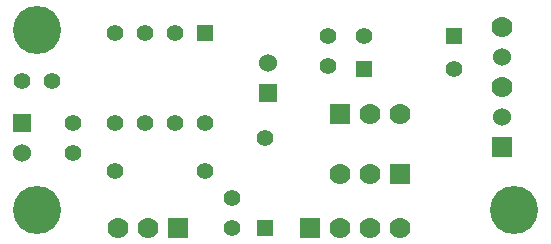
<source format=gbs>
G04 (created by PCBNEW (2013-june-11)-stable) date Tue 09 Dec 2014 10:38:34 PM EST*
%MOIN*%
G04 Gerber Fmt 3.4, Leading zero omitted, Abs format*
%FSLAX34Y34*%
G01*
G70*
G90*
G04 APERTURE LIST*
%ADD10C,0.00590551*%
%ADD11R,0.07X0.07*%
%ADD12C,0.07*%
%ADD13C,0.06*%
%ADD14R,0.055X0.055*%
%ADD15C,0.055*%
%ADD16C,0.16*%
%ADD17R,0.06X0.06*%
G04 APERTURE END LIST*
G54D10*
G54D11*
X21800Y-14500D03*
G54D12*
X20800Y-14500D03*
X19800Y-14500D03*
X20800Y-12500D03*
X21800Y-12500D03*
G54D11*
X19800Y-12500D03*
X18800Y-16300D03*
G54D12*
X19800Y-16300D03*
X20800Y-16300D03*
X21800Y-16300D03*
X25200Y-11600D03*
G54D11*
X25200Y-13600D03*
G54D12*
X25200Y-9600D03*
G54D13*
X25200Y-12600D03*
X25200Y-10600D03*
G54D11*
X14400Y-16300D03*
G54D12*
X12400Y-16300D03*
X13400Y-16300D03*
G54D14*
X15300Y-9800D03*
G54D15*
X14300Y-9800D03*
X13300Y-9800D03*
X12300Y-9800D03*
X12300Y-12800D03*
X13300Y-12800D03*
X14300Y-12800D03*
X15300Y-12800D03*
G54D14*
X23600Y-9900D03*
G54D15*
X20600Y-9900D03*
G54D14*
X20600Y-11000D03*
G54D15*
X23600Y-11000D03*
X10900Y-13800D03*
X10900Y-12800D03*
X19400Y-9900D03*
X19400Y-10900D03*
X12300Y-14400D03*
X15300Y-14400D03*
G54D14*
X17300Y-16300D03*
G54D15*
X17300Y-13300D03*
X9200Y-11400D03*
X10200Y-11400D03*
G54D16*
X9700Y-9700D03*
G54D17*
X9200Y-12800D03*
G54D13*
X9200Y-13800D03*
G54D16*
X25600Y-15700D03*
X9700Y-15700D03*
G54D17*
X17400Y-11800D03*
G54D13*
X17400Y-10800D03*
G54D15*
X16200Y-15300D03*
X16200Y-16300D03*
M02*

</source>
